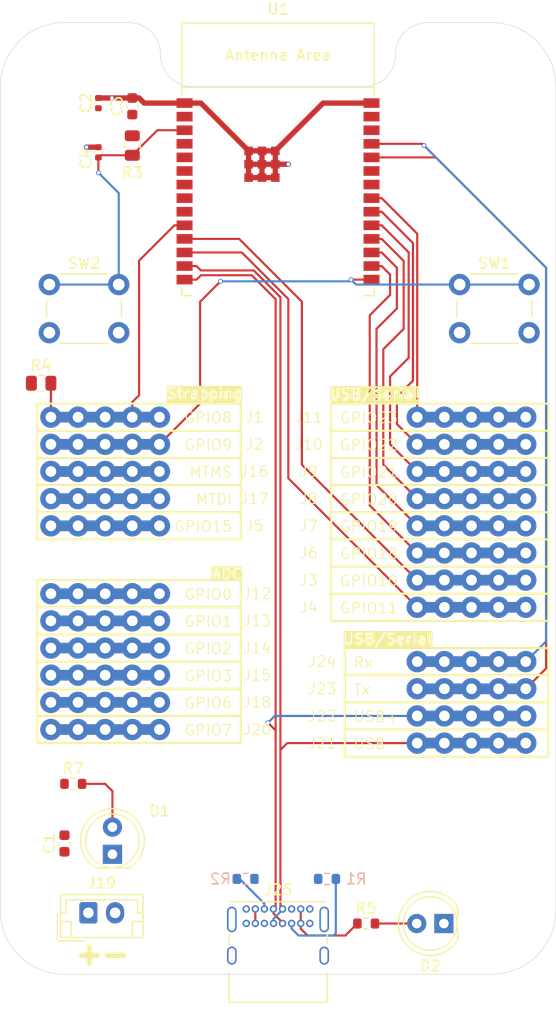
<source format=kicad_pcb>
(kicad_pcb
	(version 20240108)
	(generator "pcbnew")
	(generator_version "8.0")
	(general
		(thickness 1.6)
		(legacy_teardrops no)
	)
	(paper "A4")
	(layers
		(0 "F.Cu" signal)
		(31 "B.Cu" signal)
		(32 "B.Adhes" user "B.Adhesive")
		(33 "F.Adhes" user "F.Adhesive")
		(34 "B.Paste" user)
		(35 "F.Paste" user)
		(36 "B.SilkS" user "B.Silkscreen")
		(37 "F.SilkS" user "F.Silkscreen")
		(38 "B.Mask" user)
		(39 "F.Mask" user)
		(40 "Dwgs.User" user "User.Drawings")
		(41 "Cmts.User" user "User.Comments")
		(42 "Eco1.User" user "User.Eco1")
		(43 "Eco2.User" user "User.Eco2")
		(44 "Edge.Cuts" user)
		(45 "Margin" user)
		(46 "B.CrtYd" user "B.Courtyard")
		(47 "F.CrtYd" user "F.Courtyard")
		(48 "B.Fab" user)
		(49 "F.Fab" user)
		(50 "User.1" user)
		(51 "User.2" user)
		(52 "User.3" user)
		(53 "User.4" user)
		(54 "User.5" user)
		(55 "User.6" user)
		(56 "User.7" user)
		(57 "User.8" user)
		(58 "User.9" user)
	)
	(setup
		(pad_to_mask_clearance 0)
		(allow_soldermask_bridges_in_footprints no)
		(pcbplotparams
			(layerselection 0x00010fc_ffffffff)
			(plot_on_all_layers_selection 0x0000000_00000000)
			(disableapertmacros no)
			(usegerberextensions no)
			(usegerberattributes yes)
			(usegerberadvancedattributes yes)
			(creategerberjobfile yes)
			(dashed_line_dash_ratio 12.000000)
			(dashed_line_gap_ratio 3.000000)
			(svgprecision 4)
			(plotframeref no)
			(viasonmask no)
			(mode 1)
			(useauxorigin no)
			(hpglpennumber 1)
			(hpglpenspeed 20)
			(hpglpendiameter 15.000000)
			(pdf_front_fp_property_popups yes)
			(pdf_back_fp_property_popups yes)
			(dxfpolygonmode yes)
			(dxfimperialunits yes)
			(dxfusepcbnewfont yes)
			(psnegative no)
			(psa4output no)
			(plotreference yes)
			(plotvalue yes)
			(plotfptext yes)
			(plotinvisibletext no)
			(sketchpadsonfab no)
			(subtractmaskfromsilk no)
			(outputformat 1)
			(mirror no)
			(drillshape 1)
			(scaleselection 1)
			(outputdirectory "")
		)
	)
	(net 0 "")
	(net 1 "+3V3")
	(net 2 "GND")
	(net 3 "/~{RST}")
	(net 4 "Net-(D1-A)")
	(net 5 "Net-(D2-A)")
	(net 6 "/BOOT0")
	(net 7 "/BOOT1")
	(net 8 "/U0_{RX}")
	(net 9 "/U0_{TX}")
	(net 10 "Net-(J25-VBUS-PadA4)")
	(net 11 "Net-(J25-CC1)")
	(net 12 "Net-(J25-CC2)")
	(net 13 "unconnected-(U1-NC-Pad22)")
	(net 14 "/GPIO10")
	(net 15 "/GPIO11")
	(net 16 "/SGPIO15")
	(net 17 "/GPIO18")
	(net 18 "/GPIO19")
	(net 19 "/GPIO20")
	(net 20 "/GPIO21")
	(net 21 "/GPIO22")
	(net 22 "/GPIO23")
	(net 23 "/AGPIO0")
	(net 24 "/AGPIO1")
	(net 25 "/AGPIO2")
	(net 26 "/AGPIO3")
	(net 27 "/ASGPIO4")
	(net 28 "/ASGPIO5")
	(net 29 "/AGPIO6")
	(net 30 "/GPIO7")
	(net 31 "/USB-")
	(net 32 "/USB+")
	(footprint "Trellis:trellis_io_1x5" (layer "F.Cu") (at 83.82 118.11))
	(footprint "Trellis:trellis_io_1x5" (layer "F.Cu") (at 118.11 93.98))
	(footprint "Trellis:trellis_io_1x5" (layer "F.Cu") (at 83.82 115.57))
	(footprint "Trellis:trellis_io_1x5" (layer "F.Cu") (at 83.82 96.52))
	(footprint "Capacitor_SMD:C_0603_1608Metric" (layer "F.Cu") (at 86.36 59.83 90))
	(footprint "Trellis:trellis_io_1x5" (layer "F.Cu") (at 118.11 88.9))
	(footprint "Button_Switch_THT:SW_PUSH_6mm" (layer "F.Cu") (at 78.59 76.5))
	(footprint "Resistor_SMD:R_0603_1608Metric" (layer "F.Cu") (at 108.25 136.25))
	(footprint "Trellis:trellis_io_1x5" (layer "F.Cu") (at 83.82 113.03))
	(footprint "Trellis:trellis_io_1x5" (layer "F.Cu") (at 118.11 96.52))
	(footprint "Button_Switch_THT:SW_PUSH_6mm" (layer "F.Cu") (at 117 76.5))
	(footprint "Trellis:trellis_io_1x5" (layer "F.Cu") (at 118.11 106.68))
	(footprint "Connector_JST:JST_EH_B2B-EH-A_1x02_P2.50mm_Vertical" (layer "F.Cu") (at 82.25 135.25))
	(footprint "Resistor_SMD:R_0603_1608Metric" (layer "F.Cu") (at 80.835 123.19))
	(footprint "Resistor_SMD:R_0805_2012Metric" (layer "F.Cu") (at 77.8275 85.725))
	(footprint "Trellis:trellis_io_1x5" (layer "F.Cu") (at 118.11 119.38))
	(footprint "Trellis:trellis_io_1x5" (layer "F.Cu") (at 83.82 107.95))
	(footprint "Trellis:trellis_io_1x5" (layer "F.Cu") (at 118.11 114.3))
	(footprint "Trellis:trellis_io_1x5" (layer "F.Cu") (at 83.82 93.98))
	(footprint "LED_THT:LED_D5.0mm" (layer "F.Cu") (at 115.525 136.25 180))
	(footprint "PCM_Espressif:ESP32-C6-WROOM-1" (layer "F.Cu") (at 100 67.79))
	(footprint "Capacitor_SMD:C_0402_1005Metric" (layer "F.Cu") (at 83.185 59.535 90))
	(footprint "Trellis:trellis_io_1x5" (layer "F.Cu") (at 83.82 105.41))
	(footprint "Trellis:trellis_io_1x5" (layer "F.Cu") (at 118.11 99.06))
	(footprint "Trellis:trellis_io_1x5" (layer "F.Cu") (at 118.11 104.14))
	(footprint "Trellis:trellis_io_1x5" (layer "F.Cu") (at 83.82 99.06))
	(footprint "Trellis:trellis_io_1x5" (layer "F.Cu") (at 118.11 91.44))
	(footprint "Trellis:trellis_io_1x5" (layer "F.Cu") (at 118.11 111.76))
	(footprint "LED_THT:LED_D5.0mm" (layer "F.Cu") (at 84.5 129.775 90))
	(footprint "Resistor_SMD:R_0805_2012Metric" (layer "F.Cu") (at 86.36 63.5 -90))
	(footprint "Capacitor_SMD:C_0603_1608Metric" (layer "F.Cu") (at 80.01 128.765 90))
	(footprint "Trellis:trellis_io_1x5" (layer "F.Cu") (at 118.11 116.84))
	(footprint "Capacitor_SMD:C_0402_1005Metric" (layer "F.Cu") (at 83.185 64.135 90))
	(footprint "Trellis:trellis_io_1x5" (layer "F.Cu") (at 83.82 91.44))
	(footprint "Trellis:trellis_io_1x5" (layer "F.Cu") (at 83.82 88.9))
	(footprint "Connector_USB:USB_C_Receptacle_GCT_USB4085" (layer "F.Cu") (at 97.025 134.89))
	(footprint "Trellis:trellis_io_1x5" (layer "F.Cu") (at 118.11 101.6))
	(footprint "Trellis:trellis_io_1x5" (layer "F.Cu") (at 83.82 110.49))
	(footprint "Resistor_SMD:R_0603_1608Metric" (layer "B.Cu") (at 104.585 132.08 180))
	(footprint "Resistor_SMD:R_0603_1608Metric" (layer "B.Cu") (at 96.965 132.08))
	(gr_line
		(start 86 52)
		(end 80 52)
		(stroke
			(width 0.05)
			(type default)
		)
		(layer "Edge.Cuts")
		(uuid "26113138-4674-41c2-9231-ccb6ab4aa024")
	)
	(gr_line
		(start 92 58)
		(end 107.999998 58)
		(stroke
			(width 0.05)
			(type default)
		)
		(layer "Edge.Cuts")
		(uuid "357d1838-ebac-41c8-b2fb-6b37f5ddcc3b")
	)
	(gr_line
		(start 113.999998 52)
		(end 119.999998 52)
		(stroke
			(width 0.05)
			(type default)
		)
		(layer "Edge.Cuts")
		(uuid "3cde6368-2ce6-46dc-aa53-d457ba7da4ad")
	)
	(gr_arc
		(start 92 58)
		(mid 89.87868 57.12132)
		(end 89 55)
		(stroke
			(width 0.05)
			(type default)
		)
		(layer "Edge.Cuts")
		(uuid "51923412-391c-4ca2-b108-70b2df5ee933")
	)
	(gr_line
		(start 126 135)
		(end 126 58)
		(stroke
			(width 0.05)
			(type default)
		)
		(layer "Edge.Cuts")
		(uuid "5b75a2a0-9b05-4b0d-85bf-c3672e63ebfe")
	)
	(gr_arc
		(start 74 58)
		(mid 75.757359 53.757359)
		(end 80 52)
		(stroke
			(width 0.05)
			(type default)
		)
		(layer "Edge.Cuts")
		(uuid "5d216199-19d6-4470-bdef-36b53d0eb040")
	)
	(gr_line
		(start 74 58)
		(end 74 135)
		(stroke
			(width 0.05)
			(type default)
		)
		(layer "Edge.Cuts")
		(uuid "5e1bf953-2860-484c-9a8a-8ba08a4632cc")
	)
	(gr_arc
		(start 110.999998 55)
		(mid 111.878678 52.87868)
		(end 113.999998 52)
		(stroke
			(width 0.05)
			(type default)
		)
		(layer "Edge.Cuts")
		(uuid "6bc83bc9-42b3-41a5-a496-f5dfc33bc74c")
	)
	(gr_arc
		(start 80 141)
		(mid 75.757359 139.242641)
		(end 74 135)
		(stroke
			(width 0.05)
			(type default)
		)
		(layer "Edge.Cuts")
		(uuid "9b7966f8-ec13-4ffe-a7be-4d66e8fa58cf")
	)
	(gr_arc
		(start 126 135)
		(mid 124.242641 139.242641)
		(end 120 141)
		(stroke
			(width 0.05)
			(type default)
		)
		(layer "Edge.Cuts")
		(uuid "9c51eb12-eea8-4980-a14b-f2ebc023ea88")
	)
	(gr_arc
		(start 110.999998 55)
		(mid 110.121318 57.12132)
		(end 107.999998 58)
		(stroke
			(width 0.05)
			(type default)
		)
		(layer "Edge.Cuts")
		(uuid "a2dbacf4-4883-4533-bfba-7dfbe2b2fad1")
	)
	(gr_arc
		(start 86 52)
		(mid 88.12132 52.87868)
		(end 89 55)
		(stroke
			(width 0.05)
			(type default)
		)
		(layer "Edge.Cuts")
		(uuid "b15b6b54-5300-4efd-bfa7-c5ed06fbc41d")
	)
	(gr_arc
		(start 120 52)
		(mid 124.242641 53.757359)
		(end 126 58)
		(stroke
			(width 0.05)
			(type default)
		)
		(layer "Edge.Cuts")
		(uuid "b84f666f-d4ef-4fce-abc3-7e98dec2716f")
	)
	(gr_line
		(start 80 141)
		(end 120 141)
		(stroke
			(width 0.05)
			(type default)
		)
		(layer "Edge.Cuts")
		(uuid "e7baa269-5bd8-44bf-a429-8875a0248053")
	)
	(gr_text "USB/Serial"
		(at 104.75 86.75 0)
		(layer "F.SilkS" knockout)
		(uuid "012a354f-90c2-4022-9140-e9e306691372")
		(effects
			(font
				(size 1 1)
				(thickness 0.1)
			)
			(justify left)
		)
	)
	(gr_text "-"
		(at 83.25 140.25 0)
		(layer "F.SilkS")
		(uuid "13c5e8b2-3396-4a84-a4e7-10492c6ccda5")
		(effects
			(font
				(size 2 2)
				(thickness 0.5)
				(bold yes)
			)
			(justify left bottom)
		)
	)
	(gr_text "+"
		(at 80.75 140.25 0)
		(layer "F.SilkS")
		(uuid "26eb0f9c-ab72-4296-b72d-377ccd55d956")
		(effects
			(font
				(size 2 2)
				(thickness 0.5)
				(bold yes)
			)
			(justify left bottom)
		)
	)
	(gr_text "ADC"
		(at 96.74 103.55 0)
		(layer "F.SilkS" knockout)
		(uuid "55812005-50f3-4ad7-9e37-b9d64a0f63f3")
		(effects
			(font
				(size 1 1)
				(thickness 0.1)
			)
			(justify right)
		)
	)
	(gr_text "Strapping"
		(at 96.77 86.68 0)
		(layer "F.SilkS" knockout)
		(uuid "6096041c-ff9d-4bc7-99ee-4f05fb13e0bf")
		(effects
			(font
				(size 1 1)
				(thickness 0.1)
			)
			(justify right)
		)
	)
	(gr_text "USB/Serial"
		(at 106 109.64 0)
		(layer "F.SilkS" knockout)
		(uuid "73657fac-d0ce-4d87-ae54-8821745c5af7")
		(effects
			(font
				(size 1 1)
				(thickness 0.1)
			)
			(justify left)
		)
	)
	(gr_text_box "Tx"
		(start 106.25 113.03)
		(end 125.3 115.57)
		(layer "F.SilkS")
		(uuid "078634e3-feb7-45d9-b5a0-197e42168fd0")
		(effects
			(font
				(size 1 1)
				(thickness 0.1)
			)
			(justify left top)
		)
		(border yes)
		(stroke
			(width 0.2)
			(type solid)
		)
	)
	(gr_text_box "GPIO3"
		(start 77.47 111.76)
		(end 96.52 114.3)
		(layer "F.SilkS")
		(uuid "1325dd7f-c41f-4574-b7b3-8f94c2196adf")
		(effects
			(font
				(size 1 1)
				(thickness 0.1)
			)
			(justify right top)
		)
		(border yes)
		(stroke
			(width 0.2)
			(type solid)
		)
	)
	(gr_text_box "GPIO15"
		(start 77.47 97.79)
		(end 96.52 100.33)
		(layer "F.SilkS")
		(uuid "2cb8aab8-56a1-4e62-a782-6441bff00b8f")
		(effects
			(font
				(size 1 1)
				(thickness 0.1)
			)
			(justify right top)
		)
		(border yes)
		(stroke
			(width 0.2)
			(type solid)
		)
	)
	(gr_text_box "GPIO20"
		(start 104.98 95.25)
		(end 125.3 97.79)
		(layer "F.SilkS")
		(uuid "2e0c51aa-52d2-47b8-bfee-999207c981c7")
		(effects
			(font
				(size 1 1)
				(thickness 0.1)
			)
			(justify left top)
		)
		(border yes)
		(stroke
			(width 0.2)
			(type solid)
		)
	)
	(gr_text_box "GPIO19"
		(start 104.98 97.79)
		(end 125.3 100.33)
		(layer "F.SilkS")
		(uuid "3c7661c6-d586-4c84-9399-0589a1de9876")
		(effects
			(font
				(size 1 1)
				(thickness 0.1)
			)
			(justify left top)
		)
		(border yes)
		(stroke
			(width 0.2)
			(type solid)
		)
	)
	(gr_text_box "GPIO8"
		(start 77.47 87.63)
		(end 96.52 90.17)
		(layer "F.SilkS")
		(uuid "477e17f6-34d8-4ce3-9ee3-c6df0ca8e35b")
		(effects
			(font
				(size 1 1)
				(thickness 0.1)
			)
			(justify right top)
		)
		(border yes)
		(stroke
			(width 0.2)
			(type solid)
		)
	)
	(gr_text_box "GPIO7"
		(start 77.47 116.84)
		(end 96.52 119.38)
		(layer "F.SilkS")
		(uuid "4f4df947-c019-4690-904e-0dd8973beaa1")
		(effects
			(font
				(size 1 1)
				(thickness 0.1)
			)
			(justify right top)
		)
		(border yes)
		(stroke
			(width 0.2)
			(type solid)
		)
	)
	(gr_text_box "GPIO2"
		(start 77.47 109.22)
		(end 96.52 111.76)
		(layer "F.SilkS")
		(uuid "5ab9c8cf-dbb4-4cf0-b3b0-9569152dd4a0")
		(effects
			(font
				(size 1 1)
				(thickness 0.1)
			)
			(justify right top)
		)
		(border yes)
		(stroke
			(width 0.2)
			(type solid)
		)
	)
	(gr_text_box "GPIO22"
		(start 104.98 90.17)
		(end 125.3 92.71)
		(layer "F.SilkS")
		(uuid "5b7cb9bd-4859-4825-bafa-69cafcc66a3e")
		(effects
			(font
				(size 1 1)
				(thickness 0.1)
			)
			(justify left top)
		)
		(border yes)
		(stroke
			(width 0.2)
			(type solid)
		)
	)
	(gr_text_box "GPIO0"
		(start 77.47 104.14)
		(end 96.52 106.68)
		(layer "F.SilkS")
		(uuid "5d1374a9-7cbf-4f0a-9549-c783b553d14d")
		(effects
			(font
				(size 1 1)
				(thickness 0.1)
			)
			(justify right top)
		)
		(border yes)
		(stroke
			(width 0.2)
			(type solid)
		)
	)
	(gr_text_box "USB-"
		(start 106.25 118.11)
		(end 125.3 120.65)
		(layer "F.SilkS")
		(uuid "65ca664e-6be3-424c-8ab9-3292d8da2d06")
		(effects
			(font
				(size 1 1)
				(thickness 0.1)
			)
			(justify left top)
		)
		(border yes)
		(stroke
			(width 0.2)
			(type solid)
		)
	)
	(gr_text_box "GPIO18"
		(start 104.98 100.33)
		(end 125.3 102.87)
		(layer "F.SilkS")
		(uuid "66b802ca-696c-49a9-8a3a-daaf8532f20b")
		(effects
			(font
				(size 1 1)
				(thickness 0.1)
			)
			(justify left top)
		)
		(border yes)
		(stroke
			(width 0.2)
			(type solid)
		)
	)
	(gr_text_box "GPIO23"
		(start 104.98 87.63)
		(end 125.3 90.17)
		(layer "F.SilkS")
		(uuid "7c6832f7-61a0-4d04-8d79-8b3ed2dd70a2")
		(effects
			(font
				(size 1 1)
				(thickness 0.1)
			)
			(justify left top)
		)
		(border yes)
		(stroke
			(width 0.2)
			(type solid)
		)
	)
	(gr_text_box "GPIO6"
		(start 77.47 114.3)
		(end 96.52 116.84)
		(layer "F.SilkS")
		(uuid "80d2d101-a643-4cc3-8f9d-7d172182b81c")
		(effects
			(font
				(size 1 1)
				(thickness 0.1)
			)
			(justify right top)
		)
		(border yes)
		(stroke
			(width 0.2)
			(type solid)
		)
	)
	(gr_text_box "MTMS"
		(start 77.47 92.71)
		(end 96.52 95.25)
		(layer "F.SilkS")
		(uuid "8b394057-3bb0-45f1-b716-d8f6f8515eaf")
		(effects
			(font
				(size 1 1)
				(thickness 0.1)
			)
			(justify right top)
		)
		(border yes)
		(stroke
			(width 0.2)
			(type solid)
		)
	)
	(gr_text_box "GPIO11"
		(start 104.98 105.41)
		(end 125.3 107.95)
		(layer "F.SilkS")
		(uuid "8c62489e-bbde-4fa9-b70c-6267968183f9")
		(effects
			(font
				(size 1 1)
				(thickness 0.1)
			)
			(justify left top)
		)
		(border yes)
		(stroke
			(width 0.2)
			(type solid)
		)
	)
	(gr_text_box "USB+"
		(start 106.25 115.57)
		(end 125.3 118.11)
		(layer "F.SilkS")
		(uuid "98986932-32a6-47bd-b6d1-8421cfbd3b8f")
		(effects
			(font
				(size 1 1)
				(thickness 0.1)
			)
			(justify left top)
		)
		(border yes)
		(stroke
			(width 0.2)
			(type solid)
		)
	)
	(gr_text_box "GPIO9"
		(start 77.47 90.17)
		(end 96.52 92.71)
		(layer "F.SilkS")
		(uuid "a1d6843f-6816-48c1-a813-98a6c2029de2")
		(effects
			(font
				(size 1 1)
				(thickness 0.1)
			)
			(justify right top)
		)
		(border yes)
		(stroke
			(width 0.2)
			(type solid)
		)
	)
	(gr_text_box "GPIO1"
		(start 77.47 106.68)
		(end 96.52 109.22)
		(layer "F.SilkS")
		(uuid "a48c5539-24f3-4489-8093-a9a70145baba")
		(effects
			(font
				(size 1 1)
				(thickness 0.1)
			)
			(justify right top)
		)
		(border yes)
		(stroke
			(width 0.2)
			(type solid)
		)
	)
	(gr_text_box "GPIO10"
		(start 104.98 102.87)
		(end 125.3 105.41)
		(layer "F.SilkS")
		(uuid "b042db51-9f95-4a7a-a0ba-83c3c681395f")
		(effects
			(font
				(size 1 1)
				(thickness 0.1)
			)
			(justify left top)
		)
		(border yes)
		(stroke
			(width 0.2)
			(type solid)
		)
	)
	(gr_text_box "GPIO21"
		(start 104.98 92.71)
		(end 125.3 95.25)
		(layer "F.SilkS")
		(uuid "b5266109-6d6d-4f55-860f-aeb928f3ae6f")
		(effects
			(font
				(size 1 1)
				(thickness 0.1)
			)
			(justify left top)
		)
		(border yes)
		(stroke
			(width 0.2)
			(type solid)
		)
	)
	(gr_text_box "Rx"
		(start 106.25 110.49)
		(end 125.3 113.03)
		(layer "F.SilkS")
		(uuid "bc3143e8-dd40-4eef-b46b-1a1e827a268e")
		(effects
			(font
				(size 1 1)
				(thickness 0.1)
			)
			(justify left top)
		)
		(border yes)
		(stroke
			(width 0.2)
			(type solid)
		)
	)
	(gr_text_box "MTDI"
		(start 77.47 95.25)
		(end 96.52 97.79)
		(layer "F.SilkS")
		(uuid "df104465-69ce-4377-ab18-abed2606155f")
		(effects
			(font
				(size 1 1)
				(thickness 0.1)
			)
			(justify right top)
		)
		(border yes)
		(stroke
			(width 0.2)
			(type solid)
		)
	)
	(segment
		(start 98.495 64)
		(end 99.745 64)
		(width 0.5)
		(layer "F.Cu")
		(net 2)
		(uuid "370a0c0f-8706-4208-8d0b-33068635fe3b")
	)
	(segment
		(start 98.495 64)
		(end 98.495 65.25)
		(width 0.5)
		(layer "F.Cu")
		(net 2)
		(uuid "3d1ad6c0-636c-436f-9811-9cac2a6ba72c")
	)
	(segment
		(start 99.745 64)
		(end 99.745 65.25)
		(width 0.5)
		(layer "F.Cu")
		(net 2)
		(uuid "4957cc2a-d07a-44ab-b608-4b51dd099c5f")
	)
	(segment
		(start 99.745 64)
		(end 104
... [21775 chars truncated]
</source>
